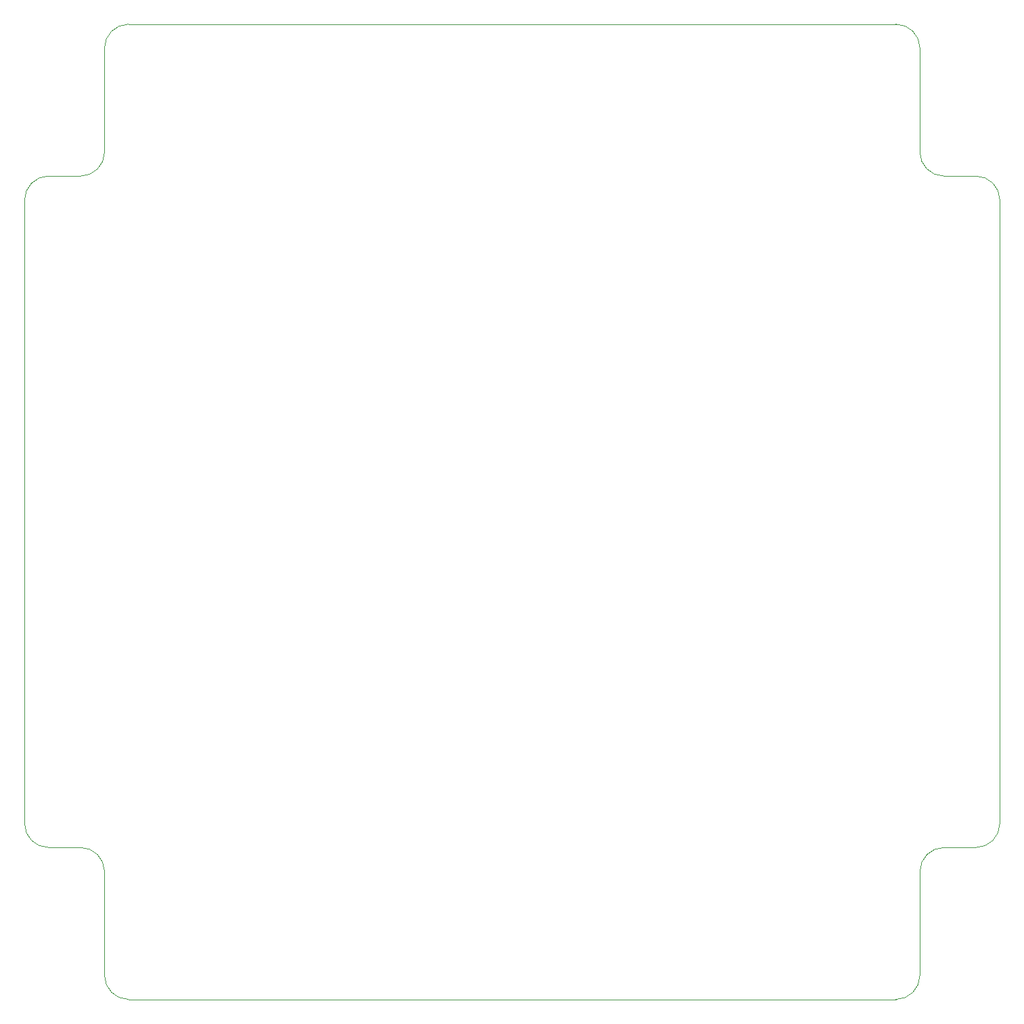
<source format=gm1>
G04 #@! TF.GenerationSoftware,KiCad,Pcbnew,8.0.1*
G04 #@! TF.CreationDate,2024-03-22T19:38:57+01:00*
G04 #@! TF.ProjectId,BikeCounter_SingleBoard,42696b65-436f-4756-9e74-65725f53696e,rev?*
G04 #@! TF.SameCoordinates,Original*
G04 #@! TF.FileFunction,Profile,NP*
%FSLAX46Y46*%
G04 Gerber Fmt 4.6, Leading zero omitted, Abs format (unit mm)*
G04 Created by KiCad (PCBNEW 8.0.1) date 2024-03-22 19:38:58*
%MOMM*%
%LPD*%
G01*
G04 APERTURE LIST*
G04 #@! TA.AperFunction,Profile*
%ADD10C,0.050000*%
G04 #@! TD*
G04 APERTURE END LIST*
D10*
X30000000Y-139525000D02*
X30000000Y-100525000D01*
X37000000Y-142525000D02*
X33000000Y-142525000D01*
X33000000Y-142525000D02*
G75*
G02*
X30000000Y-139525000I0J3000000D01*
G01*
X142000000Y-42525000D02*
X142000000Y-55525000D01*
X43000000Y-161525000D02*
G75*
G02*
X40000000Y-158525000I0J3000000D01*
G01*
X30000000Y-61525000D02*
G75*
G02*
X33000000Y-58525000I3000000J0D01*
G01*
X152000000Y-139525000D02*
G75*
G02*
X149000000Y-142525000I-3000000J0D01*
G01*
X142000000Y-158525000D02*
X142000000Y-145525000D01*
X145000000Y-58525000D02*
X149000000Y-58525000D01*
X149000000Y-58525000D02*
G75*
G02*
X152000000Y-61525000I0J-3000000D01*
G01*
X37000000Y-58525000D02*
X33000000Y-58525000D01*
X30000000Y-61525000D02*
X30000000Y-100525000D01*
X152000000Y-61525000D02*
X152000000Y-100525000D01*
X40000000Y-55525000D02*
G75*
G02*
X37000000Y-58525000I-3000000J0D01*
G01*
X142000000Y-158525000D02*
G75*
G02*
X139000000Y-161525000I-3000000J0D01*
G01*
X43000000Y-161525000D02*
X91000000Y-161525000D01*
X139000000Y-39525000D02*
G75*
G02*
X142000000Y-42525000I0J-3000000D01*
G01*
X40000000Y-42525000D02*
G75*
G02*
X43000000Y-39525000I3000000J0D01*
G01*
X145000000Y-142525000D02*
X149000000Y-142525000D01*
X142000000Y-145525000D02*
G75*
G02*
X145000000Y-142525000I3000000J0D01*
G01*
X40000000Y-158525000D02*
X40000000Y-145525000D01*
X139000000Y-39525000D02*
X91000000Y-39525000D01*
X40000000Y-42525000D02*
X40000000Y-55525000D01*
X152000000Y-139525000D02*
X152000000Y-100525000D01*
X145000000Y-58525000D02*
G75*
G02*
X142000000Y-55525000I0J3000000D01*
G01*
X43000000Y-39525000D02*
X91000000Y-39525000D01*
X139000000Y-161525000D02*
X91000000Y-161525000D01*
X37000000Y-142525000D02*
G75*
G02*
X40000000Y-145525000I0J-3000000D01*
G01*
M02*

</source>
